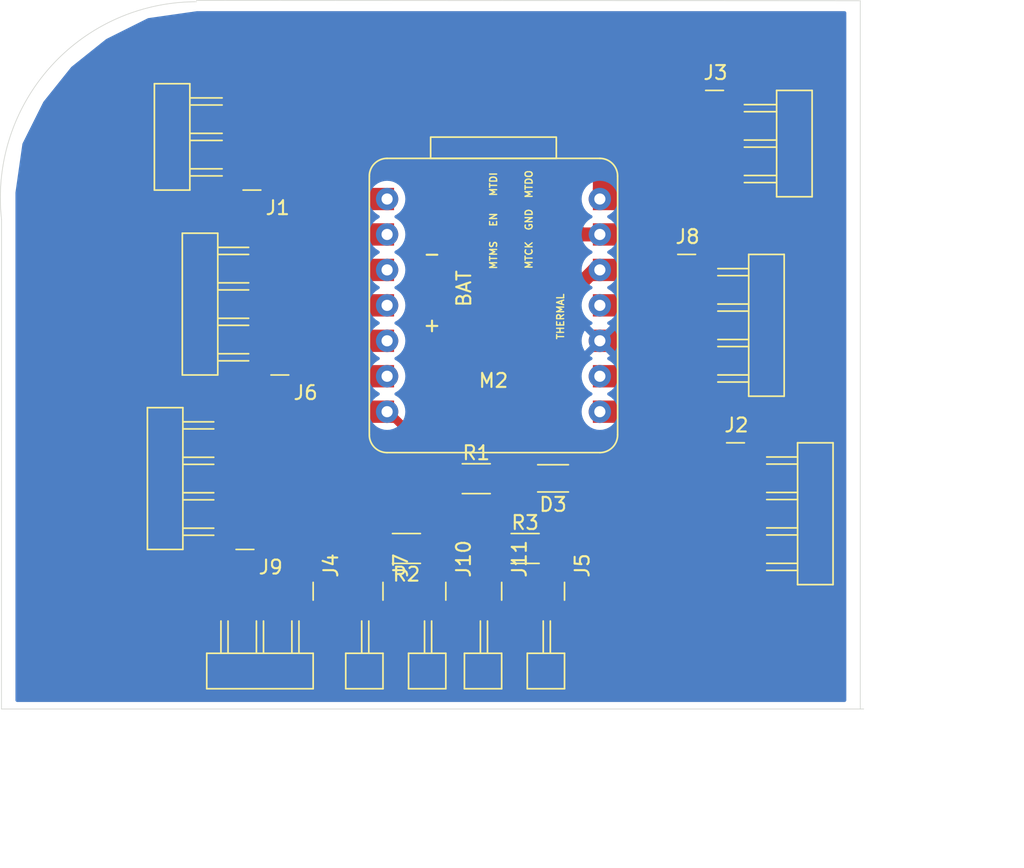
<source format=kicad_pcb>
(kicad_pcb (version 20240108) (generator "pcbnew") (generator_version "8.0")
  (layers (0 "F.Cu" signal) (31 "B.Cu" signal) (34 "B.Paste" user) (35 "F.Paste" user) (36 "B.SilkS" user "B.Silkscreen") (37 "F.SilkS" user "F.Silkscreen") (38 "B.Mask" user) (39 "F.Mask" user) (44 "Edge.Cuts" user))
  (net 0 "")
  (net 1 "Net-(D3-A)")
  (net 2 "D1")
  (net 3 "PWR_3V3")
  (net 4 "D3")
  (net 5 "PWR_GND")
  (net 6 "PWR_5V")
  (net 7 "D0")
  (net 8 "D2")
  (net 9 "IIC_SCL{slash}DigitalIO")
  (net 10 "IIC_SDA{slash}DigitalIO")
  (net 11 "D7")
  (net 12 "D8")
  (net 13 "D9")
  (net 14 "LED")
  (net 15 "D10")
  (footprint "fab:SeeedStudio_XIAO_ESP32C3" (layer "F.Cu") (at 111.23 45.08)
    (property "Reference" "M2" (at 0 5.39 0) (layer "F.SilkS"))
    (property "Value" "Module_XIAO-ESP32C3")
    (fp_line (start -8.8875 9.281) (end -8.8875 -9.261) (stroke (width 0.12)) (layer "F.SilkS"))
    (fp_line (start -7.6175 -10.531) (end 7.6225 -10.531) (stroke (width 0.12)) (layer "F.SilkS"))
    (fp_line (start 7.6225 10.551) (end -7.6175 10.551) (stroke (width 0.12)) (layer "F.SilkS"))
    (fp_line (start 8.8925 -9.261) (end 8.8925 9.281) (stroke (width 0.12)) (layer "F.SilkS"))
    (fp_rect (start -4.4975 -10.531) (end 4.5025 -12.055) (stroke (width 0.12)) (fill none) (layer "F.SilkS"))
    (fp_arc (start -8.8875 -9.261) (mid -8.515526 -10.159026) (end -7.6175 -10.531) (stroke (width 0.12)) (layer "F.SilkS"))
    (fp_arc (start -7.6175 10.551) (mid -8.515526 10.179026) (end -8.8875 9.281) (stroke (width 0.12)) (layer "F.SilkS"))
    (fp_arc (start 7.6225 -10.531) (mid 8.520526 -10.159026) (end 8.8925 -9.261) (stroke (width 0.12)) (layer "F.SilkS"))
    (fp_arc (start 8.8925 9.281) (mid 8.520526 10.179026) (end 7.6225 10.551) (stroke (width 0.12)) (layer "F.SilkS"))
    (fp_text user "BAT" (at -2.7 -1.2 90) (layer "F.SilkS") (effects (justify top)))
    (fp_text user "+" (at -4.4 1.4 0) (layer "F.SilkS"))
    (fp_text user "GND" (at 2.54 -6.14 90) (layer "F.SilkS") (effects (font (size 0.5 0.5) (thickness 0.1) (bold yes))))
    (fp_text user "THERMAL" (at 4.8 0.8 90) (layer "F.SilkS") (effects (font (size 0.5 0.5) (thickness 0.1) (bold yes))))
    (fp_text user "MTCK" (at 2.54 -3.6 90) (layer "F.SilkS") (effects (font (size 0.5 0.5) (thickness 0.1) (bold yes))))
    (fp_text user "MTDI" (at 0 -8.68 90) (layer "F.SilkS") (effects (font (size 0.5 0.5) (thickness 0.1) (bold yes))))
    (fp_text user "-" (at -4.4 -3.7 0) (layer "F.SilkS"))
    (fp_text user "EN" (at 0 -6.14 90) (layer "F.SilkS") (effects (font (size 0.5 0.5) (thickness 0.1) (bold yes))))
    (fp_text user "MTMS" (at 0 -3.6 90) (layer "F.SilkS") (effects (font (size 0.5 0.5) (thickness 0.1) (bold yes))))
    (fp_text user "MTDO" (at 2.54 -8.68 90) (layer "F.SilkS") (effects (font (size 0.5 0.5) (thickness 0.1) (bold yes))))
    (pad "1" thru_hole circle (at -7.615 -7.62) (size 1.6 1.6) (drill 0.8) (layers "*.Cu" "*.Mask" "In1.Cu" "In2.Cu" "In3.Cu" "In4.Cu" "In5.Cu" "In6.Cu" "In7.Cu" "In8.Cu" "In9.Cu" "In10.Cu" "In11.Cu" "In12.Cu" "In13.Cu" "In14.Cu" "In15.Cu" "In16.Cu" "In17.Cu" "In18.Cu" "In19.Cu" "In20.Cu" "In21.Cu" "In22.Cu" "In23.Cu" "In24.Cu" "In25.Cu" "In26.Cu" "In27.Cu" "In28.Cu" "In29.Cu" "In30.Cu") (net 7 "D0"))
    (pad "1" smd rect (at -7.615 -7.62) (size 3 1.6) (drill (offset -1 0)) (layers "F.Cu" "F.Paste" "F.Mask") (net 7 "D0"))
    (pad "2" thru_hole circle (at -7.615 -5.08) (size 1.6 1.6) (drill 0.8) (layers "*.Cu" "*.Mask" "In1.Cu" "In2.Cu" "In3.Cu" "In4.Cu" "In5.Cu" "In6.Cu" "In7.Cu" "In8.Cu" "In9.Cu" "In10.Cu" "In11.Cu" "In12.Cu" "In13.Cu" "In14.Cu" "In15.Cu" "In16.Cu" "In17.Cu" "In18.Cu" "In19.Cu" "In20.Cu" "In21.Cu" "In22.Cu" "In23.Cu" "In24.Cu" "In25.Cu" "In26.Cu" "In27.Cu" "In28.Cu" "In29.Cu" "In30.Cu") (net 2 "D1"))
    (pad "2" smd rect (at -7.615 -5.08) (size 3 1.6) (drill (offset -1 0)) (layers "F.Cu" "F.Paste" "F.Mask") (net 2 "D1"))
    (pad "3" thru_hole circle (at -7.615 -2.54) (size 1.6 1.6) (drill 0.8) (layers "*.Cu" "*.Mask" "In1.Cu" "In2.Cu" "In3.Cu" "In4.Cu" "In5.Cu" "In6.Cu" "In7.Cu" "In8.Cu" "In9.Cu" "In10.Cu" "In11.Cu" "In12.Cu" "In13.Cu" "In14.Cu" "In15.Cu" "In16.Cu" "In17.Cu" "In18.Cu" "In19.Cu" "In20.Cu" "In21.Cu" "In22.Cu" "In23.Cu" "In24.Cu" "In25.Cu" "In26.Cu" "In27.Cu" "In28.Cu" "In29.Cu" "In30.Cu") (net 8 "D2"))
    (pad "3" smd rect (at -7.615 -2.54) (size 3 1.6) (drill (offset -1 0)) (layers "F.Cu" "F.Paste" "F.Mask") (net 8 "D2"))
    (pad "4" thru_hole circle (at -7.615 0) (size 1.6 1.6) (drill 0.8) (layers "*.Cu" "*.Mask" "In1.Cu" "In2.Cu" "In3.Cu" "In4.Cu" "In5.Cu" "In6.Cu" "In7.Cu" "In8.Cu" "In9.Cu" "In10.Cu" "In11.Cu" "In12.Cu" "In13.Cu" "In14.Cu" "In15.Cu" "In16.Cu" "In17.Cu" "In18.Cu" "In19.Cu" "In20.Cu" "In21.Cu" "In22.Cu" "In23.Cu" "In24.Cu" "In25.Cu" "In26.Cu" "In27.Cu" "In28.Cu" "In29.Cu" "In30.Cu") (net 4 "D3"))
    (pad "4" smd rect (at -7.615 0) (size 3 1.6) (drill (offset -1 0)) (layers "F.Cu" "F.Paste" "F.Mask") (net 4 "D3"))
    (pad "5" thru_hole circle (at -7.615 2.54) (size 1.6 1.6) (drill 0.8) (layers "*.Cu" "*.Mask" "In1.Cu" "In2.Cu" "In3.Cu" "In4.Cu" "In5.Cu" "In6.Cu" "In7.Cu" "In8.Cu" "In9.Cu" "In10.Cu" "In11.Cu" "In12.Cu" "In13.Cu" "In14.Cu" "In15.Cu" "In16.Cu" "In17.Cu" "In18.Cu" "In19.Cu" "In20.Cu" "In21.Cu" "In22.Cu" "In23.Cu" "In24.Cu" "In25.Cu" "In26.Cu" "In27.Cu" "In28.Cu" "In29.Cu" "In30.Cu") (net 9 "IIC_SCL{slash}DigitalIO"))
    (pad "5" smd rect (at -7.615 2.54) (size 3 1.6) (drill (offset -1 0)) (layers "F.Cu" "F.Paste" "F.Mask") (net 9 "IIC_SCL{slash}DigitalIO"))
    (pad "6" thru_hole circle (at -7.615 5.08) (size 1.6 1.6) (drill 0.8) (layers "*.Cu" "*.Mask" "In1.Cu" "In2.Cu" "In3.Cu" "In4.Cu" "In5.Cu" "In6.Cu" "In7.Cu" "In8.Cu" "In9.Cu" "In10.Cu" "In11.Cu" "In12.Cu" "In13.Cu" "In14.Cu" "In15.Cu" "In16.Cu" "In17.Cu" "In18.Cu" "In19.Cu" "In20.Cu" "In21.Cu" "In22.Cu" "In23.Cu" "In24.Cu" "In25.Cu" "In26.Cu" "In27.Cu" "In28.Cu" "In29.Cu" "In30.Cu") (net 10 "IIC_SDA{slash}DigitalIO"))
    (pad "6" smd rect (at -7.615 5.08) (size 3 1.6) (drill (offset -1 0)) (layers "F.Cu" "F.Paste" "F.Mask") (net 10 "IIC_SDA{slash}DigitalIO"))
    (pad "7" thru_hole circle (at -7.615 7.62) (size 1.6 1.6) (drill 0.8) (layers "*.Cu" "*.Mask" "In1.Cu" "In2.Cu" "In3.Cu" "In4.Cu" "In5.Cu" "In6.Cu" "In7.Cu" "In8.Cu" "In9.Cu" "In10.Cu" "In11.Cu" "In12.Cu" "In13.Cu" "In14.Cu" "In15.Cu" "In16.Cu" "In17.Cu" "In18.Cu" "In19.Cu" "In20.Cu" "In21.Cu" "In22.Cu" "In23.Cu" "In24.Cu" "In25.Cu" "In26.Cu" "In27.Cu" "In28.Cu" "In29.Cu" "In30.Cu") (net 14 "LED"))
    (pad "7" smd rect (at -7.615 7.62) (size 3 1.6) (drill (offset -1 0)) (layers "F.Cu" "F.Paste" "F.Mask") (net 14 "LED"))
    (pad "8" thru_hole circle (at 7.62 7.62) (size 1.6 1.6) (drill 0.8) (layers "*.Cu" "*.Mask" "In1.Cu" "In2.Cu" "In3.Cu" "In4.Cu" "In5.Cu" "In6.Cu" "In7.Cu" "In8.Cu" "In9.Cu" "In10.Cu" "In11.Cu" "In12.Cu" "In13.Cu" "In14.Cu" "In15.Cu" "In16.Cu" "In17.Cu" "In18.Cu" "In19.Cu" "In20.Cu" "In21.Cu" "In22.Cu" "In23.Cu" "In24.Cu" "In25.Cu" "In26.Cu" "In27.Cu" "In28.Cu" "In29.Cu" "In30.Cu") (net 11 "D7"))
    (pad "8" smd rect (at 7.62 7.62) (size 3 1.6) (drill (offset 1 0)) (layers "F.Cu" "F.Paste" "F.Mask") (net 11 "D7"))
    (pad "9" thru_hole circle (at 7.62 5.08) (size 1.6 1.6) (drill 0.8) (layers "*.Cu" "*.Mask" "In1.Cu" "In2.Cu" "In3.Cu" "In4.Cu" "In5.Cu" "In6.Cu" "In7.Cu" "In8.Cu" "In9.Cu" "In10.Cu" "In11.Cu" "In12.Cu" "In13.Cu" "In14.Cu" "In15.Cu" "In16.Cu" "In17.Cu" "In18.Cu" "In19.Cu" "In20.Cu" "In21.Cu" "In22.Cu" "In23.Cu" "In24.Cu" "In25.Cu" "In26.Cu" "In27.Cu" "In28.Cu" "In29.Cu" "In30.Cu") (net 12 "D8"))
    (pad "9" smd rect (at 7.62 5.08) (size 3 1.6) (drill (offset 1 0)) (layers "F.Cu" "F.Paste" "F.Mask") (net 12 "D8"))
    (pad "10" thru_hole circle (at 7.62 2.54) (size 1.6 1.6) (drill 0.8) (layers "*.Cu" "*.Mask" "In1.Cu" "In2.Cu" "In3.Cu" "In4.Cu" "In5.Cu" "In6.Cu" "In7.Cu" "In8.Cu" "In9.Cu" "In10.Cu" "In11.Cu" "In12.Cu" "In13.Cu" "In14.Cu" "In15.Cu" "In16.Cu" "In17.Cu" "In18.Cu" "In19.Cu" "In20.Cu" "In21.Cu" "In22.Cu" "In23.Cu" "In24.Cu" "In25.Cu" "In26.Cu" "In27.Cu" "In28.Cu" "In29.Cu" "In30.Cu") (net 13 "D9"))
    (pad "10" smd rect (at 7.62 2.54) (size 3 1.6) (drill (offset 1 0)) (layers "F.Cu" "F.Paste" "F.Mask") (net 13 "D9"))
    (pad "11" thru_hole circle (at 7.62 0) (size 1.6 1.6) (drill 0.8) (layers "*.Cu" "*.Mask" "In1.Cu" "In2.Cu" "In3.Cu" "In4.Cu" "In5.Cu" "In6.Cu" "In7.Cu" "In8.Cu" "In9.Cu" "In10.Cu" "In11.Cu" "In12.Cu" "In13.Cu" "In14.Cu" "In15.Cu" "In16.Cu" "In17.Cu" "In18.Cu" "In19.Cu" "In20.Cu" "In21.Cu" "In22.Cu" "In23.Cu" "In24.Cu" "In25.Cu" "In26.Cu" "In27.Cu" "In28.Cu" "In29.Cu" "In30.Cu") (net 15 "D10"))
    (pad "11" smd rect (at 7.62 0) (size 3 1.6) (drill (offset 1 0)) (layers "F.Cu" "F.Paste" "F.Mask") (net 15 "D10"))
    (pad "12" thru_hole circle (at 7.62 -2.54) (size 1.6 1.6) (drill 0.8) (layers "*.Cu" "*.Mask" "In1.Cu" "In2.Cu" "In3.Cu" "In4.Cu" "In5.Cu" "In6.Cu" "In7.Cu" "In8.Cu" "In9.Cu" "In10.Cu" "In11.Cu" "In12.Cu" "In13.Cu" "In14.Cu" "In15.Cu" "In16.Cu" "In17.Cu" "In18.Cu" "In19.Cu" "In20.Cu" "In21.Cu" "In22.Cu" "In23.Cu" "In24.Cu" "In25.Cu" "In26.Cu" "In27.Cu" "In28.Cu" "In29.Cu" "In30.Cu") (net 3 "PWR_3V3"))
    (pad "12" smd rect (at 7.62 -2.54) (size 3 1.6) (drill (offset 1 0)) (layers "F.Cu" "F.Paste" "F.Mask") (net 3 "PWR_3V3"))
    (pad "13" thru_hole circle (at 7.62 -5.08) (size 1.6 1.6) (drill 0.8) (layers "*.Cu" "*.Mask" "In1.Cu" "In2.Cu" "In3.Cu" "In4.Cu" "In5.Cu" "In6.Cu" "In7.Cu" "In8.Cu" "In9.Cu" "In10.Cu" "In11.Cu" "In12.Cu" "In13.Cu" "In14.Cu" "In15.Cu" "In16.Cu" "In17.Cu" "In18.Cu" "In19.Cu" "In20.Cu" "In21.Cu" "In22.Cu" "In23.Cu" "In24.Cu" "In25.Cu" "In26.Cu" "In27.Cu" "In28.Cu" "In29.Cu" "In30.Cu") (net 5 "PWR_GND"))
    (pad "13" smd rect (at 7.62 -5.08) (size 3 1.6) (drill (offset 1 0)) (layers "F.Cu" "F.Paste" "F.Mask") (net 5 "PWR_GND"))
    (pad "14" thru_hole circle (at 7.62 -7.62) (size 1.6 1.6) (drill 0.8) (layers "*.Cu" "*.Mask" "In1.Cu" "In2.Cu" "In3.Cu" "In4.Cu" "In5.Cu" "In6.Cu" "In7.Cu" "In8.Cu" "In9.Cu" "In10.Cu" "In11.Cu" "In12.Cu" "In13.Cu" "In14.Cu" "In15.Cu" "In16.Cu" "In17.Cu" "In18.Cu" "In19.Cu" "In20.Cu" "In21.Cu" "In22.Cu" "In23.Cu" "In24.Cu" "In25.Cu" "In26.Cu" "In27.Cu" "In28.Cu" "In29.Cu" "In30.Cu") (net 6 "PWR_5V"))
    (pad "14" smd rect (at 7.62 -7.62) (size 3 1.6) (drill (offset 1 0)) (layers "F.Cu" "F.Paste" "F.Mask") (net 6 "PWR_5V"))
    (pad "15" smd rect (at -4.6 -2.3) (size 2.4 1.2) (layers "F.Cu" "F.Paste" "F.Mask"))
    (pad "16" smd rect (at -4.6 -0.2) (size 2.4 1.2) (layers "F.Cu" "F.Paste" "F.Mask"))
    (pad "17" smd circle (at -1.27 -8.68) (size 1.2 1.2) (layers "F.Cu" "F.Paste" "F.Mask"))
    (pad "18" smd circle (at -1.27 -6.14) (size 1.2 1.2) (layers "F.Cu" "F.Paste" "F.Mask"))
    (pad "19" smd circle (at -1.27 -3.6) (size 1.2 1.2) (layers "F.Cu" "F.Paste" "F.Mask"))
    (pad "20" smd circle (at 1.27 -3.6) (size 1.2 1.2) (layers "F.Cu" "F.Paste" "F.Mask"))
    (pad "21" smd circle (at 1.27 -6.14) (size 1.2 1.2) (layers "F.Cu" "F.Paste" "F.Mask") (net 5 "PWR_GND"))
    (pad "22" smd circle (at 1.27 -8.68) (size 1.2 1.2) (layers "F.Cu" "F.Paste" "F.Mask"))
    (pad "23" smd rect (at 2.5 0.75) (size 3 3) (layers "F.Cu" "F.Paste" "F.Mask"))
  )
  (footprint "fab:R_1206" (layer "F.Cu") (at 113.5 62.5)
    (property "Reference" "R3" (at 0 -1.85 0) (layer "F.SilkS"))
    (property "Value" "470R")
    (fp_line (start -1 -1.07) (end 1 -1.07) (stroke (width 0.12)) (layer "F.SilkS"))
    (fp_line (start 1 1.07) (end -1 1.07) (stroke (width 0.12)) (layer "F.SilkS"))
    (pad "1" smd rect (at -1.5 0) (size 1.2 1.6) (layers "F.Cu" "F.Paste" "F.Mask") (net 3 "PWR_3V3"))
    (pad "2" smd rect (at 1.5 0) (size 1.2 1.6) (layers "F.Cu" "F.Paste" "F.Mask") (net 10 "IIC_SDA{slash}DigitalIO"))
  )
  (footprint "fab:R_1206" (layer "F.Cu") (at 105 62.5 180)
    (property "Reference" "R2" (at 0 -1.85 0) (layer "F.SilkS"))
    (property "Value" "470R")
    (fp_line (start 1 1.07) (end -1 1.07) (stroke (width 0.12)) (layer "F.SilkS"))
    (fp_line (start -1 -1.07) (end 1 -1.07) (stroke (width 0.12)) (layer "F.SilkS"))
    (pad "1" smd rect (at -1.5 0 180) (size 1.2 1.6) (layers "F.Cu" "F.Paste" "F.Mask") (net 9 "IIC_SCL{slash}DigitalIO"))
    (pad "2" smd rect (at 1.5 0 180) (size 1.2 1.6) (layers "F.Cu" "F.Paste" "F.Mask") (net 3 "PWR_3V3"))
  )
  (footprint "fab:PinHeader_01x04_P2.54mm_Horizontal_SMD" (layer "F.Cu") (at 125.7 42.7)
    (property "Reference" "J8" (at -1.524 -2.54 180) (layer "F.SilkS") (effects (justify left)))
    (property "Value" "01x04_P2.54mm_SMD")
    (fp_line (start -1.27 -1.27) (end 0 -1.27) (stroke (width 0.12)) (layer "F.SilkS"))
    (fp_line (start 3.81 -1.27) (end 6.35 -1.27) (stroke (width 0.12)) (layer "F.SilkS"))
    (fp_line (start 3.81 -0.254) (end 1.6 -0.254) (stroke (width 0.12)) (layer "F.SilkS"))
    (fp_line (start 3.81 0.254) (end 1.6 0.254) (stroke (width 0.12)) (layer "F.SilkS"))
    (fp_line (start 3.81 2.286) (end 1.6 2.286) (stroke (width 0.12)) (layer "F.SilkS"))
    (fp_line (start 3.81 2.794) (end 1.6 2.794) (stroke (width 0.12)) (layer "F.SilkS"))
    (fp_line (start 3.81 4.826) (end 1.6 4.826) (stroke (width 0.12)) (layer "F.SilkS"))
    (fp_line (start 3.81 5.334) (end 1.6 5.334) (stroke (width 0.12)) (layer "F.SilkS"))
    (fp_line (start 3.81 7.366) (end 1.6 7.366) (stroke (width 0.12)) (layer "F.SilkS"))
    (fp_line (start 3.81 7.874) (end 1.6 7.874) (stroke (width 0.12)) (layer "F.SilkS"))
    (fp_line (start 3.81 8.89) (end 3.81 -1.27) (stroke (width 0.12)) (layer "F.SilkS"))
    (fp_line (start 6.35 -1.27) (end 6.35 8.89) (stroke (width 0.12)) (layer "F.SilkS"))
    (fp_line (start 6.35 8.89) (end 3.81 8.89) (stroke (width 0.12)) (layer "F.SilkS"))
    (pad "1" smd rect (at 0 0) (size 2.5 1.7) (layers "F.Cu" "F.Paste" "F.Mask") (net 15 "D10"))
    (pad "2" smd rect (at 0 2.54) (size 2.5 1.7) (layers "F.Cu" "F.Paste" "F.Mask") (net 13 "D9"))
    (pad "3" smd rect (at 0 5.08) (size 2.5 1.7) (layers "F.Cu" "F.Paste" "F.Mask") (net 12 "D8"))
    (pad "4" smd rect (at 0 7.62) (size 2.5 1.7) (layers "F.Cu" "F.Paste" "F.Mask") (net 11 "D7"))
  )
  (footprint "fab:PinHeader_01x03_P2.54mm_Horizontal_SMD" (layer "F.Cu") (at 127.7 30.95)
    (property "Reference" "J3" (at -1.524 -2.54 180) (layer "F.SilkS") (effects (justify left)))
    (property "Value" "01x03_P2.54mm_SMD")
    (fp_line (start -1.27 -1.27) (end 0 -1.27) (stroke (width 0.12)) (layer "F.SilkS"))
    (fp_line (start 3.81 -1.27) (end 6.35 -1.27) (stroke (width 0.12)) (layer "F.SilkS"))
    (fp_line (start 3.81 -0.254) (end 1.5 -0.254) (stroke (width 0.12)) (layer "F.SilkS"))
    (fp_line (start 3.81 0.254) (end 1.5 0.254) (stroke (width 0.12)) (layer "F.SilkS"))
    (fp_line (start 3.81 2.286) (end 1.5 2.286) (stroke (width 0.12)) (layer "F.SilkS"))
    (fp_line (start 3.81 2.794) (end 1.5 2.794) (stroke (width 0.12)) (layer "F.SilkS"))
    (fp_line (start 3.81 4.826) (end 1.5 4.826) (stroke (width 0.12)) (layer "F.SilkS"))
    (fp_line (start 3.81 5.334) (end 1.5 5.334) (stroke (width 0.12)) (layer "F.SilkS"))
    (fp_line (start 3.81 6.35) (end 3.81 -1.27) (stroke (width 0.12)) (layer "F.SilkS"))
    (fp_line (start 6.35 -1.27) (end 6.35 6.35) (stroke (width 0.12)) (layer "F.SilkS"))
    (fp_line (start 6.35 6.35) (end 3.81 6.35) (stroke (width 0.12)) (layer "F.SilkS"))
    (pad "1" smd rect (at 0 0) (size 2.5 1.7) (layers "F.Cu" "F.Paste" "F.Mask") (net 6 "PWR_5V"))
    (pad "2" smd rect (at 0 2.54) (size 2.5 1.7) (layers "F.Cu" "F.Paste" "F.Mask") (net 5 "PWR_GND"))
    (pad "3" smd rect (at 0 5.08) (size 2.5 1.7) (layers "F.Cu" "F.Paste" "F.Mask") (net 3 "PWR_3V3"))
  )
  (footprint "fab:LED_1206" (layer "F.Cu") (at 115.5 57.5 180)
    (property "Reference" "D3" (at 0 -1.85 0) (layer "F.SilkS"))
    (property "Value" "Debug LED_1206" (hide yes))
    (fp_line (start -1.1 1) (end 1.1 1) (stroke (width 0.12)) (layer "F.SilkS"))
    (fp_line (start -1.1 -0.95) (end 1.1 -0.95) (stroke (width 0.12)) (layer "F.SilkS"))
    (pad "1" smd rect (at -1.7 0 180) (size 1.4 1.7) (layers "F.Cu" "F.Paste" "F.Mask") (net 5 "PWR_GND"))
    (pad "2" smd rect (at 1.7 0 180) (size 1.4 1.7) (layers "F.Cu" "F.Paste" "F.Mask") (net 1 "Net-(D3-A)"))
  )
  (footprint "fab:R_1206" (layer "F.Cu") (at 110 57.5)
    (property "Reference" "R1" (at 0 -1.85 0) (layer "F.SilkS"))
    (property "Value" "470R")
    (fp_line (start -1 -1.07) (end 1 -1.07) (stroke (width 0.12)) (layer "F.SilkS"))
    (fp_line (start 1 1.07) (end -1 1.07) (stroke (width 0.12)) (layer "F.SilkS"))
    (pad "1" smd rect (at -1.5 0) (size 1.2 1.6) (layers "F.Cu" "F.Paste" "F.Mask") (net 14 "LED"))
    (pad "2" smd rect (at 1.5 0) (size 1.2 1.6) (layers "F.Cu" "F.Paste" "F.Mask") (net 1 "Net-(D3-A)"))
  )
  (footprint "fab:PinHeader_01x01_P2.54mm_Horizontal_SMD" (layer "F.Cu") (at 106.55 66.2 -90)
    (property "Reference" "J10" (at -1.524 -2.54 90) (layer "F.SilkS") (effects (justify left)))
    (property "Value" "PinHeader_01x01_P2.54mm_Horizontal_SMD" (hide yes))
    (fp_line (start 3.81 1.397) (end 3.81 -1.27) (stroke (width 0.12)) (layer "F.SilkS"))
    (fp_line (start 6.35 1.397) (end 3.81 1.397) (stroke (width 0.12)) (layer "F.SilkS"))
    (fp_line (start 3.81 0.254) (end 1.5 0.254) (stroke (width 0.12)) (layer "F.SilkS"))
    (fp_line (start 3.81 -0.254) (end 1.5 -0.254) (stroke (width 0.12)) (layer "F.SilkS"))
    (fp_line (start -1.27 -1.27) (end 0 -1.27) (stroke (width 0.12)) (layer "F.SilkS"))
    (fp_line (start 3.81 -1.27) (end 6.35 -1.27) (stroke (width 0.12)) (layer "F.SilkS"))
    (fp_line (start 6.35 -1.27) (end 6.35 1.397) (stroke (width 0.12)) (layer "F.SilkS"))
    (pad "1" smd rect (at 0 0 270) (size 2.5 1.7) (layers "F.Cu" "F.Paste" "F.Mask") (net 9 "IIC_SCL{slash}DigitalIO"))
  )
  (footprint "fab:PinHeader_01x04_P2.54mm_Horizontal_SMD" (layer "F.Cu") (at 95.3 48.8 180)
    (property "Reference" "J6" (at -1.524 -2.54 0) (layer "F.SilkS") (effects (justify left)))
    (property "Value" "01x04_P2.54mm_SMD")
    (fp_line (start 6.35 8.89) (end 3.81 8.89) (stroke (width 0.12)) (layer "F.SilkS"))
    (fp_line (start 6.35 -1.27) (end 6.35 8.89) (stroke (width 0.12)) (layer "F.SilkS"))
    (fp_line (start 3.81 8.89) (end 3.81 -1.27) (stroke (width 0.12)) (layer "F.SilkS"))
    (fp_line (start 3.81 7.874) (end 1.6 7.874) (stroke (width 0.12)) (layer "F.SilkS"))
    (fp_line (start 3.81 7.366) (end 1.6 7.366) (stroke (width 0.12)) (layer "F.SilkS"))
    (fp_line (start 3.81 5.334) (end 1.6 5.334) (stroke (width 0.12)) (layer "F.SilkS"))
    (fp_line (start 3.81 4.826) (end 1.6 4.826) (stroke (width 0.12)) (layer "F.SilkS"))
    (fp_line (start 3.81 2.794) (end 1.6 2.794) (stroke (width 0.12)) (layer "F.SilkS"))
    (fp_line (start 3.81 2.286) (end 1.6 2.286) (stroke (width 0.12)) (layer "F.SilkS"))
    (fp_line (start 3.81 0.254) (end 1.6 0.254) (stroke (width 0.12)) (layer "F.SilkS"))
    (fp_line (start 3.81 -0.254) (end 1.6 -0.254) (stroke (width 0.12)) (layer "F.SilkS"))
    (fp_line (start 3.81 -1.27) (end 6.35 -1.27) (stroke (width 0.12)) (layer "F.SilkS"))
    (fp_line (start -1.27 -1.27) (end 0 -1.27) (stroke (width 0.12)) (layer "F.SilkS"))
    (pad "1" smd rect (at 0 0 180) (size 2.5 1.7) (layers "F.Cu" "F.Paste" "F.Mask") (net 4 "D3"))
    (pad "2" smd rect (at 0 2.54 180) (size 2.5 1.7) (layers "F.Cu" "F.Paste" "F.Mask") (net 8 "D2"))
    (pad "3" smd rect (at 0 5.08 180) (size 2.5 1.7) (layers "F.Cu" "F.Paste" "F.Mask") (net 2 "D1"))
    (pad "4" smd rect (at 0 7.62 180) (size 2.5 1.7) (layers "F.Cu" "F.Paste" "F.Mask") (net 7 "D0"))
  )
  (footprint "fab:PinHeader_01x03_P2.54mm_Horizontal_SMD" (layer "F.Cu") (at 93.3 35.55 180)
    (property "Reference" "J1" (at -1.524 -2.54 0) (layer "F.SilkS") (effects (justify left)))
    (property "Value" "01x03_P2.54mm_SMD")
    (fp_line (start 6.35 6.35) (end 3.81 6.35) (stroke (width 0.12)) (layer "F.SilkS"))
    (fp_line (start 6.35 -1.27) (end 6.35 6.35) (stroke (width 0.12)) (layer "F.SilkS"))
    (fp_line (start 3.81 6.35) (end 3.81 -1.27) (stroke (width 0.12)) (layer "F.SilkS"))
    (fp_line (start 3.81 5.334) (end 1.5 5.334) (stroke (width 0.12)) (layer "F.SilkS"))
    (fp_line (start 3.81 4.826) (end 1.5 4.826) (stroke (width 0.12)) (layer "F.SilkS"))
    (fp_line (start 3.81 2.794) (end 1.5 2.794) (stroke (width 0.12)) (layer "F.SilkS"))
    (fp_line (start 3.81 2.286) (end 1.5 2.286) (stroke (width 0.12)) (layer "F.SilkS"))
    (fp_line (start 3.81 0.254) (end 1.5 0.254) (stroke (width 0.12)) (layer "F.SilkS"))
    (fp_line (start 3.81 -0.254) (end 1.5 -0.254) (stroke (width 0.12)) (layer "F.SilkS"))
    (fp_line (start 3.81 -1.27) (end 6.35 -1.27) (stroke (width 0.12)) (layer "F.SilkS"))
    (fp_line (start -1.27 -1.27) (end 0 -1.27) (stroke (width 0.12)) (layer "F.SilkS"))
    (pad "1" smd rect (at 0 0 180) (size 2.5 1.7) (layers "F.Cu" "F.Paste" "F.Mask") (net 3 "PWR_3V3"))
    (pad "2" smd rect (at 0 2.54 180) (size 2.5 1.7) (layers "F.Cu" "F.Paste" "F.Mask") (net 5 "PWR_GND"))
    (pad "3" smd rect (at 0 5.08 180) (size 2.5 1.7) (layers "F.Cu" "F.Paste" "F.Mask") (net 6 "PWR_5V"))
  )
  (footprint "fab:PinHeader_01x03_P2.54mm_Horizontal_SMD" (layer "F.Cu") (at 97.05 66.2 -90)
    (property "Reference" "J4" (at -1.524 -2.54 90) (layer "F.SilkS") (effects (justify left)))
    (property "Value" "01x03_P2.54mm_SMD")
    (fp_line (start 3.81 6.35) (end 3.81 -1.27) (stroke (width 0.12)) (layer "F.SilkS"))
    (fp_line (start 6.35 6.35) (end 3.81 6.35) (stroke (width 0.12)) (layer "F.SilkS"))
    (fp_line (start 3.81 5.334) (end 1.5 5.334) (stroke (width 0.12)) (layer "F.SilkS"))
    (fp_line (start 3.81 4.826) (end 1.5 4.826) (stroke (width 0.12)) (layer "F.SilkS"))
    (fp_line (start 3.81 2.794) (end 1.5 2.794) (stroke (width 0.12)) (layer "F.SilkS"))
    (fp_line (start 3.81 2.286) (end 1.5 2.286) (stroke (width 0.12)) (layer "F.SilkS"))
    (fp_line (start 3.81 0.254) (end 1.5 0.254) (stroke (width 0.12)) (layer "F.SilkS"))
    (fp_line (start 3.81 -0.254) (end 1.5 -0.254) (stroke (width 0.12)) (layer "F.SilkS"))
    (fp_line (start -1.27 -1.27) (end 0 -1.27) (stroke (width 0.12)) (layer "F.SilkS"))
    (fp_line (start 3.81 -1.27) (end 6.35 -1.27) (stroke (width 0.12)) (layer "F.SilkS"))
    (fp_line (start 6.35 -1.27) (end 6.35 6.35) (stroke (width 0.12)) (layer "F.SilkS"))
    (pad "1" smd rect (at 0 0 270) (size 2.5 1.7) (layers "F.Cu" "F.Paste" "F.Mask") (net 3 "PWR_3V3"))
    (pad "2" smd rect (at 0 2.54 270) (size 2.5 1.7) (layers "F.Cu" "F.Paste" "F.Mask") (net 5 "PWR_GND"))
    (pad "3" smd rect (at 0 5.08 270) (size 2.5 1.7) (layers "F.Cu" "F.Paste" "F.Mask") (net 6 "PWR_5V"))
  )
  (footprint "fab:PinHeader_01x01_P2.54mm_Horizontal_SMD" (layer "F.Cu") (at 115.05 66.2 -90)
    (property "Reference" "J5" (at -1.524 -2.54 90) (layer "F.SilkS") (effects (justify left)))
    (property "Value" "PinHeader_01x01_P2.54mm_Horizontal_SMD" (hide yes))
    (fp_line (start 3.81 1.397) (end 3.81 -1.27) (stroke (width 0.12)) (layer "F.SilkS"))
    (fp_line (start 6.35 1.397) (end 3.81 1.397) (stroke (width 0.12)) (layer "F.SilkS"))
    (fp_line (start 3.81 0.254) (end 1.5 0.254) (stroke (width 0.12)) (layer "F.SilkS"))
    (fp_line (start 3.81 -0.254) (end 1.5 -0.254) (stroke (width 0.12)) (layer "F.SilkS"))
    (fp_line (start -1.27 -1.27) (end 0 -1.27) (stroke (width 0.12)) (layer "F.SilkS"))
    (fp_line (start 3.81 -1.27) (end 6.35 -1.27) (stroke (width 0.12)) (layer "F.SilkS"))
    (fp_line (start 6.35 -1.27) (end 6.35 1.397) (stroke (width 0.12)) (layer "F.SilkS"))
    (pad "1" smd rect (at 0 0 270) (size 2.5 1.7) (layers "F.Cu" "F.Paste" "F.Mask") (net 10 "IIC_SDA{slash}DigitalIO"))
  )
  (footprint "fab:PinHeader_01x04_P2.54mm_Horizontal_SMD" (layer "F.Cu") (at 92.8 61.3 180)
    (property "Reference" "J9" (at -1.524 -2.54 0) (layer "F.SilkS") (effects (justify left)))
    (property "Value" "01x04_P2.54mm_SMD")
    (fp_line (start 6.35 8.89) (end 3.81 8.89) (stroke (width 0.12)) (layer "F.SilkS"))
    (fp_line (start 6.35 -1.27) (end 6.35 8.89) (stroke (width 0.12)) (layer "F.SilkS"))
    (fp_line (start 3.81 8.89) (end 3.81 -1.27) (stroke (width 0.12)) (layer "F.SilkS"))
    (fp_line (start 3.81 7.874) (end 1.6 7.874) (stroke (width 0.12)) (layer "F.SilkS"))
    (fp_line (start 3.81 7.366) (end 1.6 7.366) (stroke (width 0.12)) (layer "F.SilkS"))
    (fp_line (start 3.81 5.334) (end 1.6 5.334) (stroke (width 0.12)) (layer "F.SilkS"))
    (fp_line (start 3.81 4.826) (end 1.6 4.826) (stroke (width 0.12)) (layer "F.SilkS"))
    (fp_line (start 3.81 2.794) (end 1.6 2.794) (stroke (width 0.12)) (layer "F.SilkS"))
    (fp_line (start 3.81 2.286) (end 1.6 2.286) (stroke (width 0.12)) (layer "F.SilkS"))
    (fp_line (start 3.81 0.254) (end 1.6 0.254) (stroke (width 0.12)) (layer "F.SilkS"))
    (fp_line (start 3.81 -0.254) (end 1.6 -0.254) (stroke (width 0.12)) (layer "F.SilkS"))
    (fp_line (start 3.81 -1.27) (end 6.35 -1.27) (stroke (width 0.12)) (layer "F.SilkS"))
    (fp_line (start -1.27 -1.27) (end 0 -1.27) (stroke (width 0.12)) (layer "F.SilkS"))
    (pad "1" smd rect (at 0 0 180) (size 2.5 1.7) (layers "F.Cu" "F.Paste" "F.Mask") (net 5 "PWR_GND"))
    (pad "2" smd rect (at 0 2.54 180) (size 2.5 1.7) (layers "F.Cu" "F.Paste" "F.Mask") (net 5 "PWR_GND"))
    (pad "3" smd rect (at 0 5.08 180) (size 2.5 1.7) (layers "F.Cu" "F.Paste" "F.Mask") (net 5 "PWR_GND"))
    (pad "4" smd rect (at 0 7.62 180) (size 2.5 1.7) (layers "F.Cu" "F.Paste" "F.Mask") (net 5 "PWR_GND"))
  )
  (footprint "fab:PinHeader_01x01_P2.54mm_Horizontal_SMD" (layer "F.Cu") (at 102.05 66.2 -90)
    (property "Reference" "J7" (at -1.524 -2.54 90) (layer "F.SilkS") (effects (justify left)))
    (property "Value" "PinHeader_01x01_P2.54mm_Horizontal_SMD")
    (fp_line (start 3.81 1.397) (end 3.81 -1.27) (stroke (width 0.12)) (layer "F.SilkS"))
    (fp_line (start 6.35 1.397) (end 3.81 1.397) (stroke (width 0.12)) (layer "F.SilkS"))
    (fp_line (start 3.81 0.254) (end 1.5 0.254) (stroke (width 0.12)) (layer "F.SilkS"))
    (fp_line (start 3.81 -0.254) (end 1.5 -0.254) (stroke (width 0.12)) (layer "F.SilkS"))
    (fp_line (start -1.27 -1.27) (end 0 -1.27) (stroke (width 0.12)) (layer "F.SilkS"))
    (fp_line (start 3.81 -1.27) (end 6.35 -1.27) (stroke (width 0.12)) (layer "F.SilkS"))
    (fp_line (start 6.35 -1.27) (end 6.35 1.397) (stroke (width 0.12)) (layer "F.SilkS"))
    (pad "1" smd rect (at 0 0 270) (size 2.5 1.7) (layers "F.Cu" "F.Paste" "F.Mask") (net 9 "IIC_SCL{slash}DigitalIO"))
  )
  (footprint "fab:PinHeader_01x04_P2.54mm_Horizontal_SMD" (layer "F.Cu") (at 129.2 56.2)
    (property "Reference" "J2" (at -1.524 -2.54 180) (layer "F.SilkS") (effects (justify left)))
    (property "Value" "01x04_P2.54mm_SMD")
    (fp_line (start -1.27 -1.27) (end 0 -1.27) (stroke (width 0.12)) (layer "F.SilkS"))
    (fp_line (start 3.81 -1.27) (end 6.35 -1.27) (stroke (width 0.12)) (layer "F.SilkS"))
    (fp_line (start 3.81 -0.254) (end 1.6 -0.254) (stroke (width 0.12)) (layer "F.SilkS"))
    (fp_line (start 3.81 0.254) (end 1.6 0.254) (stroke (width 0.12)) (layer "F.SilkS"))
    (fp_line (start 3.81 2.286) (end 1.6 2.286) (stroke (width 0.12)) (layer "F.SilkS"))
    (fp_line (start 3.81 2.794) (end 1.6 2.794) (stroke (width 0.12)) (layer "F.SilkS"))
    (fp_line (start 3.81 4.826) (end 1.6 4.826) (stroke (width 0.12)) (layer "F.SilkS"))
    (fp_line (start 3.81 5.334) (end 1.6 5.334) (stroke (width 0.12)) (layer "F.SilkS"))
    (fp_line (start 3.81 7.366) (end 1.6 7.366) (stroke (width 0.12)) (layer "F.SilkS"))
    (fp_line (start 3.81 7.874) (end 1.6 7.874) (stroke (width 0.12)) (layer "F.SilkS"))
    (fp_line (start 3.81 8.89) (end 3.81 -1.27) (stroke (width 0.12)) (layer "F.SilkS"))
    (fp_line (start 6.35 -1.27) (end 6.35 8.89) (stroke (width 0.12)) (layer "F.SilkS"))
    (fp_line (start 6.35 8.89) (end 3.81 8.89) (stroke (width 0.12)) (layer "F.SilkS"))
    (pad "1" smd rect (at 0 0) (size 2.5 1.7) (layers "F.Cu" "F.Paste" "F.Mask") (net 5 "PWR_GND"))
    (pad "2" smd rect (at 0 2.54) (size 2.5 1.7) (layers "F.Cu" "F.Paste" "F.Mask") (net 5 "PWR_GND"))
    (pad "3" smd rect (at 0 5.08) (size 2.5 1.7) (layers "F.Cu" "F.Paste" "F.Mask") (net 5 "PWR_GND"))
    (pad "4" smd rect (at 0 7.62) (size 2.5 1.7) (layers "F.Cu" "F.Paste" "F.Mask") (net 5 "PWR_GND"))
  )
  (footprint "fab:PinHeader_01x01_P2.54mm_Horizontal_SMD" (layer "F.Cu") (at 110.55 66.2 -90)
    (property "Reference" "J11" (at -1.524 -2.54 90) (layer "F.SilkS") (effects (justify left)))
    (property "Value" "PinHeader_01x01_P2.54mm_Horizontal_SMD" (hide yes))
    (fp_line (start 3.81 1.397) (end 3.81 -1.27) (stroke (width 0.12)) (layer "F.SilkS"))
    (fp_line (start 6.35 1.397) (end 3.81 1.397) (stroke (width 0.12)) (layer "F.SilkS"))
    (fp_line (start 3.81 0.254) (end 1.5 0.254) (stroke (width 0.12)) (layer "F.SilkS"))
    (fp_line (start 3.81 -0.254) (end 1.5 -0.254) (stroke (width 0.12)) (layer "F.SilkS"))
    (fp_line (start -1.27 -1.27) (end 0 -1.27) (stroke (width 0.12)) (layer "F.SilkS"))
    (fp_line (start 3.81 -1.27) (end 6.35 -1.27) (stroke (width 0.12)) (layer "F.SilkS"))
    (fp_line (start 6.35 -1.27) (end 6.35 1.397) (stroke (width 0.12)) (layer "F.SilkS"))
    (pad "1" smd rect (at 0 0 270) (size 2.5 1.7) (layers "F.Cu" "F.Paste" "F.Mask") (net 10 "IIC_SDA{slash}DigitalIO"))
  )
  (gr_line (start 137.75 74) (end 76 74) (stroke (width 0.05)) (layer "Edge.Cuts"))
  (gr_line (start 137.5 23.254356) (end 137.5 74) (stroke (width 0.05)) (layer "Edge.Cuts"))
  (gr_line (start 89.955237 23.225838) (end 137.5 23.254356) (stroke (width 0.05)) (layer "Edge.Cuts"))
  (gr_arc (start 76.004138 38.90971) (mid 79.499999 27.999999) (end 89.959375 23.326212) (stroke (width 0.05)) (layer "Edge.Cuts"))
  (gr_line (start 76.004138 38.90971) (end 76 74) (stroke (width 0.05)) (layer "Edge.Cuts"))
  (segment (start 111.5 57.5) (end 113.8 57.5) (width 0.6) (layer "F.Cu") (net 1))
  (segment (start 101.455 40) (end 97.735 43.72) (width 0.6) (layer "F.Cu") (net 2))
  (segment (start 95.3 43.72) (end 97.735 43.72) (width 0.6) (layer "F.Cu") (net 2))
  (segment (start 103.615 40) (end 101.455 40) (width 0.6) (layer "F.Cu") (net 2))
  (segment (start 97.05 66.2) (end 97.05 57.55) (width 1) (layer "F.Cu") (net 3))
  (segment (start 119 56.260102) (end 119 66.15) (width 1) (layer "F.Cu") (net 3))
  (segment (start 118.85 42.54) (end 118.46 42.54) (width 1) (layer "F.Cu") (net 3))
  (segment (start 119 66.15) (end 116.65 68.5) (width 1) (layer "F.Cu") (net 3))
  (segment (start 117 54.260102) (end 119 56.260102) (width 1) (layer "F.Cu") (net 3))
  (segment (start 118.46 42.54) (end 117 44) (width 1) (layer "F.Cu") (net 3))
  (segment (start 116.65 68.5) (end 112.5 68.5) (width 1) (layer "F.Cu") (net 3))
  (segment (start 103.5 69) (end 104.5 68) (width 1) (layer "F.Cu") (net 3))
  (segment (start 118.85 42.54) (end 121.46 42.54) (width 1) (layer "F.Cu") (net 3))
  (segment (start 112 69) (end 112.5 68.5) (width 1) (layer "F.Cu") (net 3))
  (segment (start 97.05 57.55) (end 96 56.5) (width 1) (layer "F.Cu") (net 3))
  (segment (start 104.5 63.5) (end 103.5 62.5) (width 1) (layer "F.Cu") (net 3))
  (segment (start 96 56.5) (end 96 51) (width 1) (layer "F.Cu") (net 3))
  (segment (start 117 44) (end 117 54.260102) (width 1) (layer "F.Cu") (net 3))
  (segment (start 104.5 68) (end 104.5 63.5) (width 1) (layer "F.Cu") (net 3))
  (segment (start 97.05 66.55) (end 99.5 69) (width 1) (layer "F.Cu") (net 3))
  (segment (start 84.5 39.5) (end 86 38) (width 1) (layer "F.Cu") (net 3))
  (segment (start 112.5 68.5) (end 113 68) (width 1) (layer "F.Cu") (net 3))
  (segment (start 88 51) (end 84.5 47.5) (width 1) (layer "F.Cu") (net 3))
  (segment (start 96 51) (end 88 51) (width 1) (layer "F.Cu") (net 3))
  (segment (start 127.7 36.03) (end 127.7 36.3) (width 1) (layer "F.Cu") (net 3))
  (segment (start 113 68) (end 113 63.5) (width 1) (layer "F.Cu") (net 3))
  (segment (start 92 38) (end 93 37) (width 1) (layer "F.Cu") (net 3))
  (segment (start 84.5 47.5) (end 84.5 39.5) (width 1) (layer "F.Cu") (net 3))
  (segment (start 86 38) (end 92 38) (width 1) (layer "F.Cu") (net 3))
  (segment (start 113 63.5) (end 112 62.5) (width 1) (layer "F.Cu") (net 3))
  (segment (start 103.5 69) (end 112 69) (width 1) (layer "F.Cu") (net 3))
  (segment (start 93 37) (end 93 35.85) (width 1) (layer "F.Cu") (net 3))
  (segment (start 93 35.85) (end 93.3 35.55) (width 1) (layer "F.Cu") (net 3))
  (segment (start 127.7 36.3) (end 121.46 42.54) (width 1) (layer "F.Cu") (net 3))
  (segment (start 97.05 66.2) (end 97.05 66.55) (width 1) (layer "F.Cu") (net 3))
  (segment (start 99.5 69) (end 103.5 69) (width 1) (layer "F.Cu") (net 3))
  (segment (start 101.455 45.08) (end 103.615 45.08) (width 0.6) (layer "F.Cu") (net 4))
  (segment (start 95.3 48.8) (end 97.735 48.8) (width 0.6) (layer "F.Cu") (net 4))
  (segment (start 97.735 48.8) (end 101.455 45.08) (width 0.6) (layer "F.Cu") (net 4))
  (segment (start 118.85 40) (end 122 40) (width 1) (layer "F.Cu") (net 5))
  (segment (start 117.25 39.75) (end 115.75 38.25) (width 1) (layer "F.Cu") (net 5))
  (segment (start 92.8 61.3) (end 92.8 53.68) (width 1) (layer "F.Cu") (net 5))
  (segment (start 117.5 40) (end 117.25 39.75) (width 1) (layer "F.Cu") (net 5))
  (segment (start 126.01 33.49) (end 127.7 33.49) (width 1) (layer "F.Cu") (net 5))
  (segment (start 85.49 33.01) (end 82 36.5) (width 1) (layer "F.Cu") (net 5))
  (segment (start 130.8 56.2) (end 134.5 52.5) (width 1) (layer "F.Cu") (net 5))
  (segment (start 130.49 33.49) (end 127.7 33.49) (width 1) (layer "F.Cu") (net 5))
  (segment (start 129.2 56.2) (end 130.8 56.2) (width 1) (layer "F.Cu") (net 5))
  (segment (start 111.33 43.43) (end 113.57 43.43) (width 1) (layer "F.Cu") (net 5))
  (segment (start 123 39) (end 123 36.5) (width 1) (layer "F.Cu") (net 5))
  (segment (start 116 38) (end 115.75 38.25) (width 1) (layer "F.Cu") (net 5))
  (segment (start 115.75 38.25) (end 115.06 38.94) (width 1) (layer "F.Cu") (net 5))
  (segment (start 82 36.5) (end 82 49) (width 1) (layer "F.Cu") (net 5))
  (segment (start 116 33.5) (end 116 38) (width 1) (layer "F.Cu") (net 5))
  (segment (start 123 36.5) (end 126.01 33.49) (width 1) (layer "F.Cu") (net 5))
  (segment (start 93.3 33.01) (end 93.66 33.37) (width 1) (layer "F.Cu") (net 5))
  (segment (start 132 39.5) (end 131 38.5) (width 1) (layer "F.Cu") (net 5))
  (segment (start 129.2 63.82) (end 129.2 56.2) (width 1) (layer "F.Cu") (net 5))
  (segment (start 115.87 33.37) (end 116 33.5) (width 1) (layer "F.Cu") (net 5))
  (segment (start 110.5 44.26) (end 111.33 43.43) (width 1) (layer "F.Cu") (net 5))
  (segment (start 131 38.5) (end 131 34) (width 1) (layer "F.Cu") (net 5))
  (segment (start 113.57 43.43) (end 117.25 39.75) (width 1) (layer "F.Cu") (net 5))
  (segment (start 131 34) (end 130.49 33.49) (width 1) (layer "F.Cu") (net 5))
  (segment (start 115.06 38.94) (end 112.5 38.94) (width 1) (layer "F.Cu") (net 5))
  (segment (start 93.3 33.01) (end 85.49 33.01) (width 1) (layer "F.Cu") (net 5))
  (segment (start 94.51 63.01) (end 92.8 61.3) (width 1) (layer "F.Cu") (net 5))
  (segment (start 110.5 50.5) (end 110.5 44.26) (width 1) (layer "F.Cu") (net 5))
  (segment (start 82 49) (end 86.68 53.68) (width 1) (layer "F.Cu") (net 5))
  (segment (start 117.2 57.5) (end 117.2 57.2) (width 1) (layer "F.Cu") (net 5))
  (segment (start 93.66 33.37) (end 115.87 33.37) (width 1) (layer "F.Cu") (net 5))
  (segment (start 86.68 53.68) (end 93.3 53.68) (width 1) (layer "F.Cu") (net 5))
  (segment (start 94.51 66.2) (end 94.51 63.01) (width 1) (layer "F.Cu") (net 5))
  (segment (start 118.85 40) (end 117.5 40) (width 1) (layer "F.Cu") (net 5))
  (segment (start 122 40) (end 123 39) (width 1) (layer "F.Cu") (net 5))
  (segment (start 117.2 57.2) (end 110.5 50.5) (width 1) (layer "F.Cu") (net 5))
  (segment (start 134.5 52.5) (end 134.5 39.5) (width 1) (layer "F.Cu") (net 5))
  (segment (start 134.5 39.5) (end 132 39.5) (width 1) (layer "F.Cu") (net 5))
  (segment (start 93.3 27.2) (end 93.5 27) (width 1) (layer "F.Cu") (net 6))
  (segment (start 118.85 27.65) (end 119.5 27) (width 1) (layer "F.Cu") (net 6))
  (segment (start 97 27) (end 118 27) (width 1) (layer "F.Cu") (net 6))
  (segment (start 89.5 27) (end 93.5 27) (width 1) (layer "F.Cu") (net 6))
  (segment (start 125.36 30.95) (end 127.7 30.95) (width 1) (layer "F.Cu") (net 6))
  (segment (start 119.5 27) (end 125 27) (width 1) (layer "F.Cu") (net 6))
  (segment (start 93.3 30.47) (end 93.3 27.2) (width 1) (layer "F.Cu") (net 6))
  (segment (start 127.7 30.95) (end 127.7 29.7) (width 1) (layer "F.Cu") (net 6))
  (segment (start 93.5 27) (end 97 27) (width 1) (layer "F.Cu") (net 6))
  (segment (start 125 27) (end 127.7 29.7) (width 1) (layer "F.Cu") (net 6))
  (segment (start 91.97 66.2) (end 85.2 66.2) (width 1) (layer "F.Cu") (net 6))
  (segment (start 118 27) (end 119.5 27) (width 1) (layer "F.Cu") (net 6))
  (segment (start 118.85 37.46) (end 118.85 27.65) (width 1) (layer "F.Cu") (net 6))
  (segment (start 86.5 27) (end 89.5 27) (width 1) (layer "F.Cu") (net 6))
  (segment (start 118.85 37.46) (end 125.36 30.95) (width 1) (layer "F.Cu") (net 6))
  (segment (start 80 33.5) (end 86.5 27) (width 1) (layer "F.Cu") (net 6))
  (segment (start 85.2 66.2) (end 80 61) (width 1) (layer "F.Cu") (net 6))
  (segment (start 80 61) (end 80 33.5) (width 1) (layer "F.Cu") (net 6))
  (segment (start 95.3 41.18) (end 97.735 41.18) (width 0.6) (layer "F.Cu") (net 7))
  (segment (start 103.615 37.46) (end 101.455 37.46) (width 0.6) (layer "F.Cu") (net 7))
  (segment (start 101.455 37.46) (end 97.735 41.18) (width 0.6) (layer "F.Cu") (net 7))
  (segment (start 95.3 46.26) (end 97.735 46.26) (width 0.6) (layer "F.Cu") (net 8))
  (segment (start 97.735 46.26) (end 101.455 42.54) (width 0.6) (layer "F.Cu") (net 8))
  (segment (start 101.455 42.54) (end 103.615 42.54) (width 0.6) (layer "F.Cu") (net 8))
  (segment (start 106.5 60.79) (end 106.5 62.5) (width 0.6) (layer "F.Cu") (net 9))
  (segment (start 98 51.075) (end 101.455 47.62) (width 0.6) (layer "F.Cu") (net 9))
  (segment (start 104.71 59) (end 106.5 60.79) (width 0.6) (layer "F.Cu") (net 9))
  (segment (start 102 59) (end 102.05 59.05) (width 0.6) (layer "F.Cu") (net 9))
  (segment (start 102.05 59.05) (end 102.05 66.2) (width 0.6) (layer "F.Cu") (net 9))
  (segment (start 101.455 47.62) (end 103.615 47.62) (width 0.6) (layer "F.Cu") (net 9))
  (segment (start 104.71 59) (end 102 59) (width 0.6) (layer "F.Cu") (net 9))
  (segment (start 106.55 62.55) (end 106.5 62.5) (width 0.6) (layer "F.Cu") (net 9))
  (segment (start 106.55 66.2) (end 106.55 62.55) (width 0.6) (layer "F.Cu") (net 9))
  (segment (start 98 55) (end 98 51.075) (width 0.6) (layer "F.Cu") (net 9))
  (segment (start 102 59) (end 98 55) (width 0.6) (layer "F.Cu") (net 9))
  (segment (start 108.5 60.5) (end 105.5 57.5) (width 0.6) (layer "F.Cu") (net 10))
  (segment (start 115 61.5) (end 114 60.5) (width 0.6) (layer "F.Cu") (net 10))
  (segment (start 102.5 57.5) (end 105.5 57.5) (width 0.6) (layer "F.Cu") (net 10))
  (segment (start 101.455 50.16) (end 103.615 50.16) (width 0.6) (layer "F.Cu") (net 10))
  (segment (start 99.5 52.115) (end 101.455 50.16) (width 0.6) (layer "F.Cu") (net 10))
  (segment (start 115 66.15) (end 115.05 66.2) (width 0.6) (layer "F.Cu") (net 10))
  (segment (start 115.05 66.2) (end 115.05 62.55) (width 0.6) (layer "F.Cu") (net 10))
  (segment (start 115 62.5) (end 115 61.5) (width 0.6) (layer "F.Cu") (net 10))
  (segment (start 99.5 54.5) (end 102.5 57.5) (width 0.6) (layer "F.Cu") (net 10))
  (segment (start 114 60.5) (end 108.5 60.5) (width 0.6) (layer "F.Cu") (net 10))
  (segment (start 99.5 54.5) (end 99.5 52.115) (width 0.6) (layer "F.Cu") (net 10))
  (segment (start 115.05 62.55) (end 115 62.5) (width 0.6) (layer "F.Cu") (net 10))
  (segment (start 123.32 52.7) (end 118.85 52.7) (width 0.6) (layer "F.Cu") (net 11))
  (segment (start 125.7 50.32) (end 123.32 52.7) (width 0.6) (layer "F.Cu") (net 11))
  (segment (start 122.36 50.16) (end 124.74 47.78) (width 0.6) (layer "F.Cu") (net 12))
  (segment (start 118.85 50.16) (end 122.36 50.16) (width 0.6) (layer "F.Cu") (net 12))
  (segment (start 124.74 47.78) (end 125.7 47.78) (width 0.6) (layer "F.Cu") (net 12))
  (segment (start 124.26 45.24) (end 121.88 47.62) (width 0.6) (layer "F.Cu") (net 13))
  (segment (start 125.7 45.24) (end 124.26 45.24) (width 0.6) (layer "F.Cu") (net 13))
  (segment (start 121.88 47.62) (end 118.85 47.62) (width 0.6) (layer "F.Cu") (net 13))
  (segment (start 103.615 52.7) (end 103.7 52.7) (width 0.6) (layer "F.Cu") (net 14))
  (segment (start 103.7 52.7) (end 108.5 57.5) (width 0.6) (layer "F.Cu") (net 14))
  (segment (start 118.85 45.08) (end 121.92 45.08) (width 0.6) (layer "F.Cu") (net 15))
  (segment (start 121.92 45.08) (end 124.3 42.7) (width 0.6) (layer "F.Cu") (net 15))
  (segment (start 124.3 42.7) (end 125.7 42.7) (width 0.6) (layer "F.Cu") (net 15))
  (segment (start 118.97 45.2) (end 118.85 45.08) (width 0.6) (layer "F.Cu") (net 15))
  (zone (net 13) (net_name "D9") (layer "B.Cu") (connect_pads (clearance 0.5)) (min_thickness 0.25) (fill yes (thermal_gap 0.5) (thermal_bridge_width 0.5))
    (polygon (pts (xy 136.5 24) (xy 136.5 74) (xy 77 74) (xy 77 37) (xy 77.5 33.5) (xy 79 30.5) (xy 81 28) (xy 83.5 26) (xy 86.5 24.5) (xy 90 24)))
  )
)
</source>
